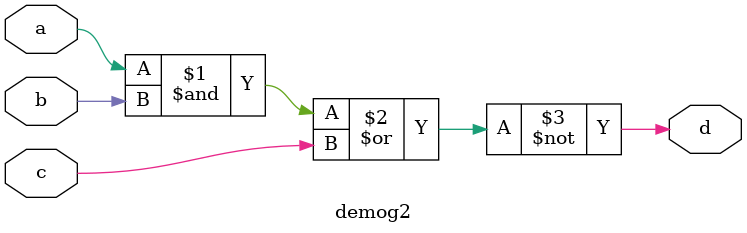
<source format=v>
`timescale 1ns / 1ps


module demog2(
    input a,b,c,
    output d
    );
    assign d = ~((a&b)|c);
endmodule

</source>
